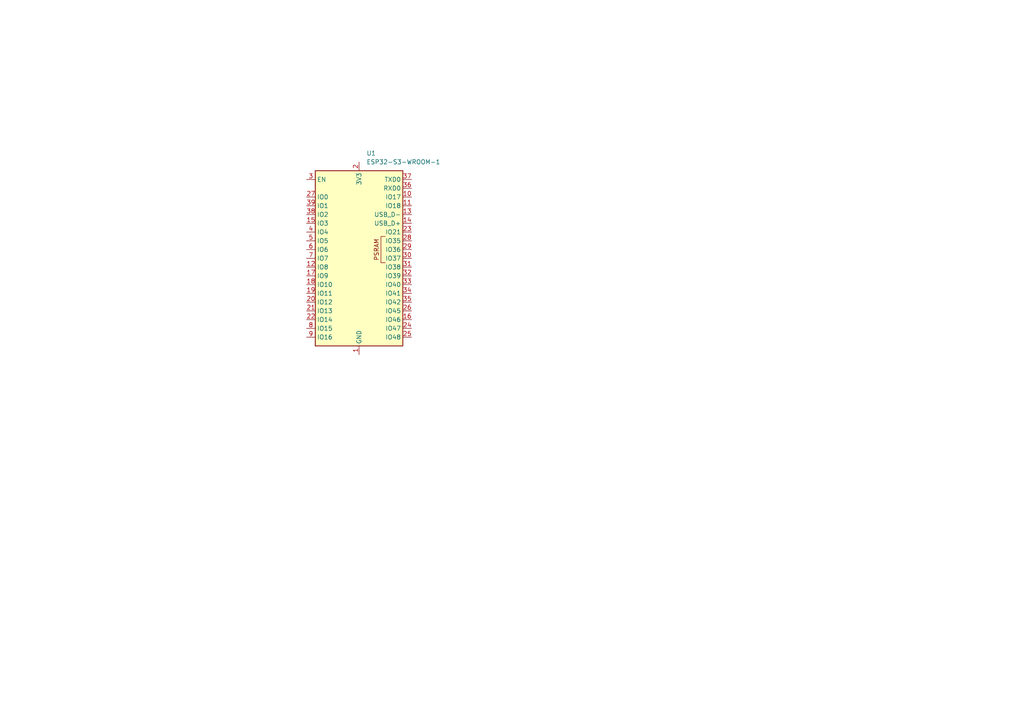
<source format=kicad_sch>
(kicad_sch (version 20250114) (generator "eeschema") (generator_version "9.0")
  (paper "A4")
  (lib_symbols
    (symbol "RF_Module:ESP32-S3-WROOM-1"
      (property "Reference" "U" (at -12.7 26.67 0))
      (property "Value" "ESP32-S3-WROOM-1" (at 12.7 26.67 0))
      (symbol "ESP32-S3-WROOM-1_0_0"
        (rectangle (start -12.7 25.4) (end 12.7 -25.4) (stroke (width 0.254)) (fill (type background)))
        (text "PSRAM" (at 5.08 2.54 900) (effects (font (size 1.27 1.27))))
      )
      (symbol "ESP32-S3-WROOM-1_0_1"
        (polyline (pts (xy 7.62 -1.27) (xy 6.35 -1.27) (xy 6.35 6.35) (xy 7.62 6.35)))
      )
      (symbol "ESP32-S3-WROOM-1_1_1"
        (pin input line (at -15.24 22.86 0) (length 2.54) (name "EN") (number "3"))
        (pin bidirectional line (at -15.24 17.78 0) (length 2.54) (name "IO0") (number "27"))
        (pin bidirectional line (at -15.24 15.24 0) (length 2.54) (name "IO1") (number "39"))
        (pin bidirectional line (at -15.24 12.7 0) (length 2.54) (name "IO2") (number "38"))
        (pin bidirectional line (at -15.24 10.16 0) (length 2.54) (name "IO3") (number "15"))
        (pin bidirectional line (at -15.24 7.62 0) (length 2.54) (name "IO4") (number "4"))
        (pin bidirectional line (at -15.24 5.08 0) (length 2.54) (name "IO5") (number "5"))
        (pin bidirectional line (at -15.24 2.54 0) (length 2.54) (name "IO6") (number "6"))
        (pin bidirectional line (at -15.24 0 0) (length 2.54) (name "IO7") (number "7"))
        (pin bidirectional line (at -15.24 -2.54 0) (length 2.54) (name "IO8") (number "12"))
        (pin bidirectional line (at -15.24 -5.08 0) (length 2.54) (name "IO9") (number "17"))
        (pin bidirectional line (at -15.24 -7.62 0) (length 2.54) (name "IO10") (number "18"))
        (pin bidirectional line (at -15.24 -10.16 0) (length 2.54) (name "IO11") (number "19"))
        (pin bidirectional line (at -15.24 -12.7 0) (length 2.54) (name "IO12") (number "20"))
        (pin bidirectional line (at -15.24 -15.24 0) (length 2.54) (name "IO13") (number "21"))
        (pin bidirectional line (at -15.24 -17.78 0) (length 2.54) (name "IO14") (number "22"))
        (pin bidirectional line (at -15.24 -20.32 0) (length 2.54) (name "IO15") (number "8"))
        (pin bidirectional line (at -15.24 -22.86 0) (length 2.54) (name "IO16") (number "9"))
        (pin power_in line (at 0 27.94 270) (length 2.54) (name "3V3") (number "2"))
        (pin power_in line (at 0 -27.94 90) (length 2.54) (name "GND") (number "1"))
        (pin passive line (at 0 -27.94 90) (length 2.54) (hide yes) (name "GND") (number "40"))
        (pin passive line (at 0 -27.94 90) (length 2.54) (hide yes) (name "GND") (number "41"))
        (pin bidirectional line (at 15.24 22.86 180) (length 2.54) (name "TXD0") (number "37"))
        (pin bidirectional line (at 15.24 20.32 180) (length 2.54) (name "RXD0") (number "36"))
        (pin bidirectional line (at 15.24 17.78 180) (length 2.54) (name "IO17") (number "10"))
        (pin bidirectional line (at 15.24 15.24 180) (length 2.54) (name "IO18") (number "11"))
        (pin bidirectional line (at 15.24 12.7 180) (length 2.54) (name "USB_D-") (number "13"))
        (pin bidirectional line (at 15.24 10.16 180) (length 2.54) (name "USB_D+") (number "14"))
        (pin bidirectional line (at 15.24 7.62 180) (length 2.54) (name "IO21") (number "23"))
        (pin bidirectional line (at 15.24 5.08 180) (length 2.54) (name "IO35") (number "28"))
        (pin bidirectional line (at 15.24 2.54 180) (length 2.54) (name "IO36") (number "29"))
        (pin bidirectional line (at 15.24 0 180) (length 2.54) (name "IO37") (number "30"))
        (pin bidirectional line (at 15.24 -2.54 180) (length 2.54) (name "IO38") (number "31"))
        (pin bidirectional line (at 15.24 -5.08 180) (length 2.54) (name "IO39") (number "32"))
        (pin bidirectional line (at 15.24 -7.62 180) (length 2.54) (name "IO40") (number "33"))
        (pin bidirectional line (at 15.24 -10.16 180) (length 2.54) (name "IO41") (number "34"))
        (pin bidirectional line (at 15.24 -12.7 180) (length 2.54) (name "IO42") (number "35"))
        (pin bidirectional line (at 15.24 -15.24 180) (length 2.54) (name "IO45") (number "26"))
        (pin bidirectional line (at 15.24 -17.78 180) (length 2.54) (name "IO46") (number "16"))
        (pin bidirectional line (at 15.24 -20.32 180) (length 2.54) (name "IO47") (number "24"))
        (pin bidirectional line (at 15.24 -22.86 180) (length 2.54) (name "IO48") (number "25"))
      )
    )
  )
  (symbol (lib_id "RF_Module:ESP32-S3-WROOM-1") (at 104.14 74.93 0) (unit 1)
    (property "Reference" "U1" (at 106.2833 44.45 0) (effects (justify left)))
    (property "Value" "ESP32-S3-WROOM-1" (at 106.2833 46.99 0) (effects (justify left)))
    (property "Footprint" "RF_Module:ESP32-S3-WROOM-1" (effects (hide yes)))
    (property "Datasheet" "https://www.espressif.com/sites/default/files/documentation/esp32-s3-wroom-1_wroom-1u_datasheet_en.pdf" (effects (hide yes)))
    (property "Description" "RF Module, ESP32-S3 SoC, Wi-Fi 802.11b/g/n, Bluetooth, BLE, 32-bit, 3.3V, onboard antenna, SMD" (effects (hide yes)))
  )
)
</source>
